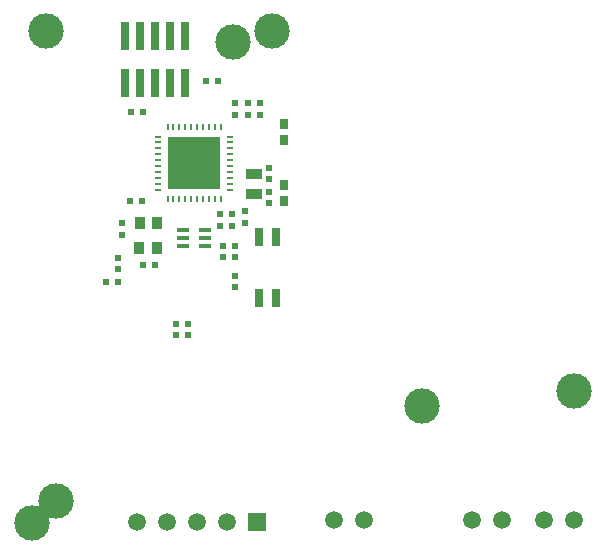
<source format=gts>
%FSLAX25Y25*%
%MOIN*%
G70*
G01*
G75*
G04 Layer_Color=8388736*
%ADD10O,0.00984X0.02559*%
%ADD11O,0.02559X0.00984*%
%ADD12R,0.17716X0.17716*%
%ADD13R,0.02953X0.03543*%
%ADD14R,0.05315X0.03740*%
%ADD15R,0.01575X0.01575*%
%ADD16R,0.00039X0.11811*%
%ADD17R,0.02559X0.06102*%
%ADD18R,0.03543X0.03937*%
%ADD19R,0.03937X0.01378*%
%ADD20R,0.02953X0.09449*%
%ADD21R,0.01969X0.02362*%
%ADD22R,0.02362X0.01969*%
%ADD23C,0.03937*%
%ADD24C,0.00787*%
%ADD25C,0.02000*%
%ADD26C,0.01969*%
%ADD27C,0.01181*%
%ADD28C,0.01000*%
%ADD29C,0.03937*%
%ADD30R,0.02913X0.03937*%
%ADD31R,0.03150X0.04724*%
%ADD32R,0.05079X0.19193*%
%ADD33R,0.03937X0.36142*%
%ADD34R,0.04764X1.00709*%
%ADD35R,0.15590X0.08583*%
%ADD36R,0.04764X0.12598*%
%ADD37R,0.05079X0.12598*%
%ADD38R,0.07992X0.01811*%
G04:AMPARAMS|DCode=39|XSize=18.11mil|YSize=66.44mil|CornerRadius=0mil|HoleSize=0mil|Usage=FLASHONLY|Rotation=124.500|XOffset=0mil|YOffset=0mil|HoleType=Round|Shape=Rectangle|*
%AMROTATEDRECTD39*
4,1,4,0.03251,0.01135,-0.02225,-0.02628,-0.03251,-0.01135,0.02225,0.02628,0.03251,0.01135,0.0*
%
%ADD39ROTATEDRECTD39*%

%ADD40R,0.03500X0.06000*%
%ADD41R,0.04000X0.03870*%
%ADD42R,0.04000X0.03709*%
%ADD43C,0.05906*%
%ADD44R,0.05906X0.05906*%
%ADD45C,0.11811*%
%ADD46C,0.02598*%
%ADD47C,0.03150*%
%ADD48R,0.02559X0.00984*%
%ADD49R,0.03150X0.05512*%
%ADD50R,0.02362X0.04528*%
%ADD51O,0.02362X0.07284*%
%ADD52R,0.03937X0.06496*%
%ADD53R,0.08268X0.05512*%
%ADD54O,0.00984X0.02362*%
%ADD55O,0.05118X0.01772*%
%ADD56R,0.01969X0.00984*%
%ADD57R,0.05118X0.03937*%
%ADD58O,0.02362X0.08071*%
%ADD59R,0.08071X0.03150*%
%ADD60R,0.03543X0.03150*%
%ADD61R,0.03937X0.05118*%
%ADD62R,0.03150X0.03543*%
%ADD63C,0.03150*%
%ADD64C,0.01575*%
%ADD65C,0.00984*%
%ADD66C,0.11811*%
D10*
X380858Y378410D02*
D03*
X378890D02*
D03*
X376921D02*
D03*
X374953D02*
D03*
X372984D02*
D03*
X371016D02*
D03*
X369047D02*
D03*
X367079D02*
D03*
X365110D02*
D03*
X363142D02*
D03*
Y354591D02*
D03*
X365110D02*
D03*
X367079D02*
D03*
X369047D02*
D03*
X371016D02*
D03*
X372984D02*
D03*
X374953D02*
D03*
X376921D02*
D03*
X378890D02*
D03*
X380858D02*
D03*
D11*
X360090Y375358D02*
D03*
Y373390D02*
D03*
Y371421D02*
D03*
Y369453D02*
D03*
Y367484D02*
D03*
Y365516D02*
D03*
Y363547D02*
D03*
Y361579D02*
D03*
Y359610D02*
D03*
Y357642D02*
D03*
X383910D02*
D03*
Y359610D02*
D03*
Y361579D02*
D03*
Y363547D02*
D03*
Y365516D02*
D03*
Y367484D02*
D03*
Y369453D02*
D03*
Y371421D02*
D03*
Y373390D02*
D03*
Y375358D02*
D03*
D12*
X372000Y366500D02*
D03*
D13*
X402000Y353842D02*
D03*
Y359157D02*
D03*
Y379658D02*
D03*
Y374342D02*
D03*
D14*
X392000Y356252D02*
D03*
Y362748D02*
D03*
D17*
X393547Y321665D02*
D03*
X399256D02*
D03*
Y341941D02*
D03*
X393547D02*
D03*
D18*
X359756Y346429D02*
D03*
X353850D02*
D03*
X353752Y338161D02*
D03*
X359658D02*
D03*
D19*
X368358Y338941D02*
D03*
Y341500D02*
D03*
Y344059D02*
D03*
X375543D02*
D03*
Y341500D02*
D03*
Y338941D02*
D03*
D20*
X369000Y408874D02*
D03*
X364000D02*
D03*
X359000D02*
D03*
X354000D02*
D03*
X349000D02*
D03*
X369000Y393126D02*
D03*
X364000D02*
D03*
X359000D02*
D03*
X354000D02*
D03*
X349000D02*
D03*
D21*
X385500Y328969D02*
D03*
Y325031D02*
D03*
X380500Y345532D02*
D03*
Y349468D02*
D03*
X394000Y386469D02*
D03*
Y382531D02*
D03*
X366000Y309032D02*
D03*
Y312968D02*
D03*
X389000Y346532D02*
D03*
Y350468D02*
D03*
X390000Y386469D02*
D03*
Y382531D02*
D03*
X346500Y334968D02*
D03*
Y331031D02*
D03*
X397000Y353031D02*
D03*
Y356968D02*
D03*
X397000Y364968D02*
D03*
Y361032D02*
D03*
X385500Y386469D02*
D03*
Y382531D02*
D03*
X348000Y346468D02*
D03*
Y342531D02*
D03*
X385500Y335032D02*
D03*
Y338968D02*
D03*
X370000Y312968D02*
D03*
Y309032D02*
D03*
X384500Y349468D02*
D03*
Y345532D02*
D03*
X381500Y335032D02*
D03*
Y338968D02*
D03*
D22*
X350532Y354000D02*
D03*
X354468D02*
D03*
X351031Y383500D02*
D03*
X354969D02*
D03*
X358968Y332500D02*
D03*
X355031D02*
D03*
X342531Y327000D02*
D03*
X346468D02*
D03*
X379969Y394000D02*
D03*
X376031D02*
D03*
D43*
X353000Y247000D02*
D03*
X363000D02*
D03*
X373000D02*
D03*
X383000D02*
D03*
X428500Y247500D02*
D03*
X418500D02*
D03*
X498500D02*
D03*
X488500D02*
D03*
X474500D02*
D03*
X464500D02*
D03*
D44*
X393000Y247000D02*
D03*
D45*
X448000Y285500D02*
D03*
X326000Y254000D02*
D03*
X385000Y407000D02*
D03*
D66*
X318000Y246500D02*
D03*
X398000Y410500D02*
D03*
X498500Y290500D02*
D03*
X322500Y410500D02*
D03*
M02*

</source>
